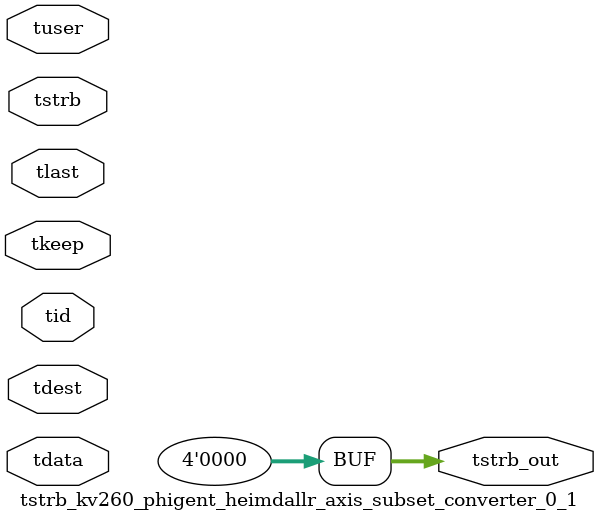
<source format=v>


`timescale 1ps/1ps

module tstrb_kv260_phigent_heimdallr_axis_subset_converter_0_1 #
(
parameter C_S_AXIS_TDATA_WIDTH = 32,
parameter C_S_AXIS_TUSER_WIDTH = 0,
parameter C_S_AXIS_TID_WIDTH   = 0,
parameter C_S_AXIS_TDEST_WIDTH = 0,
parameter C_M_AXIS_TDATA_WIDTH = 32
)
(
input  [(C_S_AXIS_TDATA_WIDTH == 0 ? 1 : C_S_AXIS_TDATA_WIDTH)-1:0     ] tdata,
input  [(C_S_AXIS_TUSER_WIDTH == 0 ? 1 : C_S_AXIS_TUSER_WIDTH)-1:0     ] tuser,
input  [(C_S_AXIS_TID_WIDTH   == 0 ? 1 : C_S_AXIS_TID_WIDTH)-1:0       ] tid,
input  [(C_S_AXIS_TDEST_WIDTH == 0 ? 1 : C_S_AXIS_TDEST_WIDTH)-1:0     ] tdest,
input  [(C_S_AXIS_TDATA_WIDTH/8)-1:0 ] tkeep,
input  [(C_S_AXIS_TDATA_WIDTH/8)-1:0 ] tstrb,
input                                                                    tlast,
output [(C_M_AXIS_TDATA_WIDTH/8)-1:0 ] tstrb_out
);

assign tstrb_out = {1'b0};

endmodule


</source>
